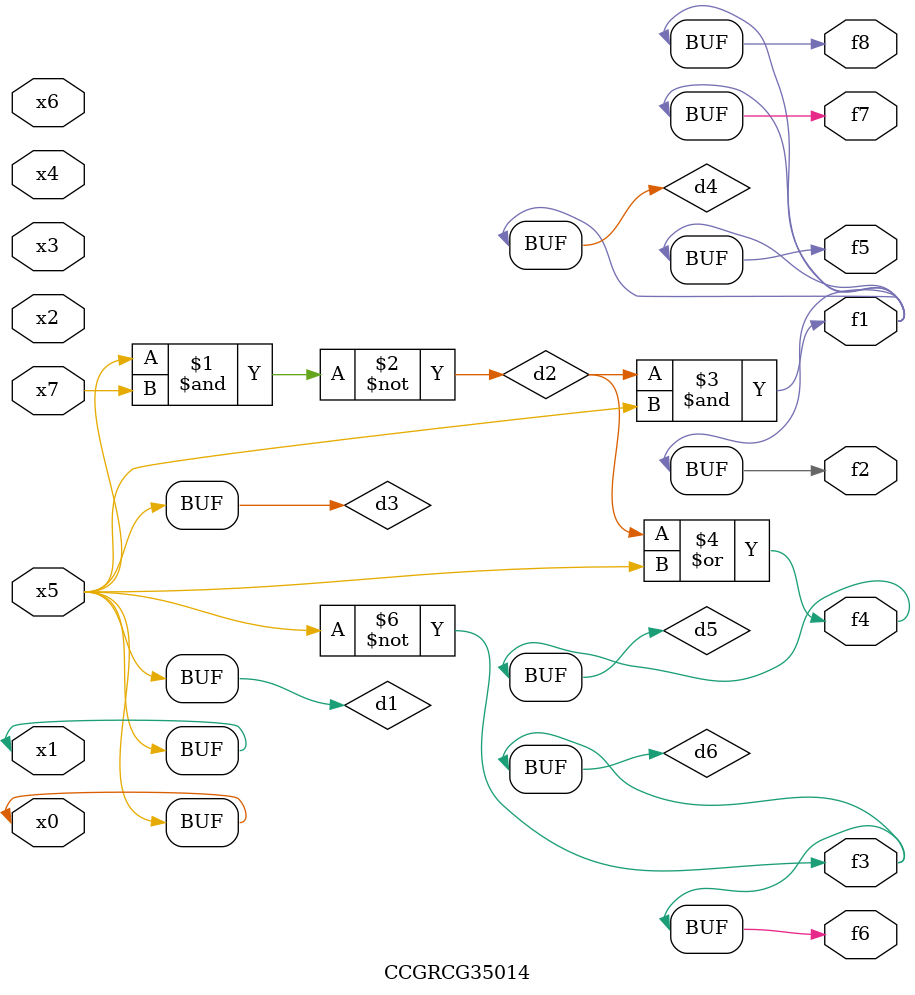
<source format=v>
module CCGRCG35014(
	input x0, x1, x2, x3, x4, x5, x6, x7,
	output f1, f2, f3, f4, f5, f6, f7, f8
);

	wire d1, d2, d3, d4, d5, d6;

	buf (d1, x0, x5);
	nand (d2, x5, x7);
	buf (d3, x0, x1);
	and (d4, d2, d3);
	or (d5, d2, d3);
	nor (d6, d1, d3);
	assign f1 = d4;
	assign f2 = d4;
	assign f3 = d6;
	assign f4 = d5;
	assign f5 = d4;
	assign f6 = d6;
	assign f7 = d4;
	assign f8 = d4;
endmodule

</source>
